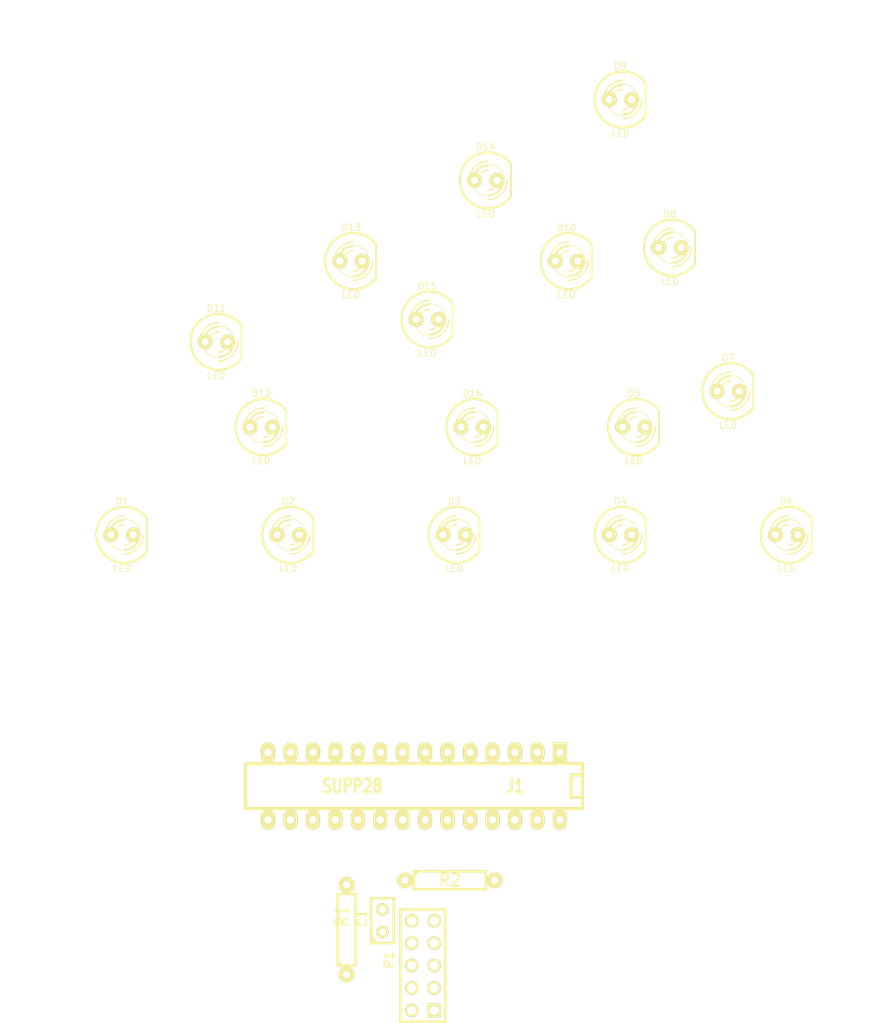
<source format=kicad_pcb>
(kicad_pcb (version 3) (host pcbnew "(2013-mar-13)-testing")

  (general
    (links 47)
    (no_connects 47)
    (area 188.823599 19.431 388.720001 98.144001)
    (thickness 1.6)
    (drawings 4)
    (tracks 0)
    (zones 0)
    (modules 21)
    (nets 27)
  )

  (page A3)
  (layers
    (15 F.Cu signal)
    (0 B.Cu signal)
    (16 B.Adhes user)
    (17 F.Adhes user)
    (18 B.Paste user)
    (19 F.Paste user)
    (20 B.SilkS user)
    (21 F.SilkS user)
    (22 B.Mask user)
    (23 F.Mask user)
    (24 Dwgs.User user)
    (25 Cmts.User user)
    (26 Eco1.User user)
    (27 Eco2.User user)
    (28 Edge.Cuts user)
  )

  (setup
    (last_trace_width 0.508)
    (trace_clearance 0.508)
    (zone_clearance 0.508)
    (zone_45_only no)
    (trace_min 0.254)
    (segment_width 0.2)
    (edge_width 0.15)
    (via_size 1.7)
    (via_drill 1)
    (via_min_size 0.889)
    (via_min_drill 0.508)
    (uvia_size 0.508)
    (uvia_drill 0.127)
    (uvias_allowed no)
    (uvia_min_size 0.508)
    (uvia_min_drill 0.127)
    (pcb_text_width 0.3)
    (pcb_text_size 1 1)
    (mod_edge_width 0.15)
    (mod_text_size 1 1)
    (mod_text_width 0.15)
    (pad_size 1 1)
    (pad_drill 0.6)
    (pad_to_mask_clearance 0)
    (aux_axis_origin 0 0)
    (visible_elements FFFFFBBF)
    (pcbplotparams
      (layerselection 3178497)
      (usegerberextensions true)
      (excludeedgelayer true)
      (linewidth 152400)
      (plotframeref false)
      (viasonmask false)
      (mode 1)
      (useauxorigin false)
      (hpglpennumber 1)
      (hpglpenspeed 20)
      (hpglpendiameter 15)
      (hpglpenoverlay 2)
      (psnegative false)
      (psa4output false)
      (plotreference true)
      (plotvalue true)
      (plotothertext true)
      (plotinvisibletext false)
      (padsonsilk false)
      (subtractmaskfromsilk false)
      (outputformat 1)
      (mirror false)
      (drillshape 1)
      (scaleselection 1)
      (outputdirectory ""))
  )

  (net 0 "")
  (net 1 /BLANK)
  (net 2 /GSCLK)
  (net 3 /IREF)
  (net 4 /SCLK)
  (net 5 /SIN)
  (net 6 /VPRG)
  (net 7 /XLAT)
  (net 8 GND)
  (net 9 N-0000011)
  (net 10 N-0000014)
  (net 11 N-0000015)
  (net 12 N-0000016)
  (net 13 N-0000017)
  (net 14 N-0000018)
  (net 15 N-0000019)
  (net 16 N-0000020)
  (net 17 N-0000021)
  (net 18 N-0000022)
  (net 19 N-0000023)
  (net 20 N-0000024)
  (net 21 N-0000025)
  (net 22 N-0000026)
  (net 23 N-0000027)
  (net 24 N-0000028)
  (net 25 N-0000029)
  (net 26 VCC)

  (net_class Default "This is the default net class."
    (clearance 0.508)
    (trace_width 0.508)
    (via_dia 1.7)
    (via_drill 1)
    (uvia_dia 0.508)
    (uvia_drill 0.127)
    (add_net "")
    (add_net /BLANK)
    (add_net /GSCLK)
    (add_net /IREF)
    (add_net /SCLK)
    (add_net /SIN)
    (add_net /VPRG)
    (add_net /XLAT)
    (add_net GND)
    (add_net N-0000011)
    (add_net N-0000014)
    (add_net N-0000015)
    (add_net N-0000016)
    (add_net N-0000017)
    (add_net N-0000018)
    (add_net N-0000019)
    (add_net N-0000020)
    (add_net N-0000021)
    (add_net N-0000022)
    (add_net N-0000023)
    (add_net N-0000024)
    (add_net N-0000025)
    (add_net N-0000026)
    (add_net N-0000027)
    (add_net N-0000028)
    (add_net N-0000029)
    (add_net VCC)
  )

  (module R4-LARGE_PADS (layer F.Cu) (tedit 5233B532) (tstamp 5233B4CE)
    (at 327.66 134.112 90)
    (descr "Resitance 4 pas")
    (tags R)
    (path /5233A6CE)
    (autoplace_cost180 10)
    (fp_text reference R1 (at 1.524 -0.508 90) (layer F.SilkS)
      (effects (font (size 1.397 1.27) (thickness 0.2032)))
    )
    (fp_text value R (at 0 0 90) (layer F.SilkS) hide
      (effects (font (size 1.397 1.27) (thickness 0.2032)))
    )
    (fp_line (start -5.08 0) (end -4.064 0) (layer F.SilkS) (width 0.3048))
    (fp_line (start -4.064 0) (end -4.064 -1.016) (layer F.SilkS) (width 0.3048))
    (fp_line (start -4.064 -1.016) (end 4.064 -1.016) (layer F.SilkS) (width 0.3048))
    (fp_line (start 4.064 -1.016) (end 4.064 1.016) (layer F.SilkS) (width 0.3048))
    (fp_line (start 4.064 1.016) (end -4.064 1.016) (layer F.SilkS) (width 0.3048))
    (fp_line (start -4.064 1.016) (end -4.064 0) (layer F.SilkS) (width 0.3048))
    (fp_line (start -4.064 -0.508) (end -3.556 -1.016) (layer F.SilkS) (width 0.3048))
    (fp_line (start 5.08 0) (end 4.064 0) (layer F.SilkS) (width 0.3048))
    (pad 1 thru_hole circle (at -5.08 0 90) (size 1.778 1.778) (drill 0.8128)
      (layers *.Cu *.Mask F.SilkS)
      (net 8 GND)
    )
    (pad 2 thru_hole circle (at 5.08 0 90) (size 1.778 1.778) (drill 0.8128)
      (layers *.Cu *.Mask F.SilkS)
      (net 9 N-0000011)
    )
    (model discret/resistor.wrl
      (at (xyz 0 0 0))
      (scale (xyz 0.4 0.4 0.4))
      (rotate (xyz 0 0 0))
    )
  )

  (module R4-LARGE_PADS (layer F.Cu) (tedit 47E2673E) (tstamp 5233B4DC)
    (at 339.344 128.524)
    (descr "Resitance 4 pas")
    (tags R)
    (path /5233A555)
    (autoplace_cost180 10)
    (fp_text reference R2 (at 0 0) (layer F.SilkS)
      (effects (font (size 1.397 1.27) (thickness 0.2032)))
    )
    (fp_text value R (at 0 0) (layer F.SilkS) hide
      (effects (font (size 1.397 1.27) (thickness 0.2032)))
    )
    (fp_line (start -5.08 0) (end -4.064 0) (layer F.SilkS) (width 0.3048))
    (fp_line (start -4.064 0) (end -4.064 -1.016) (layer F.SilkS) (width 0.3048))
    (fp_line (start -4.064 -1.016) (end 4.064 -1.016) (layer F.SilkS) (width 0.3048))
    (fp_line (start 4.064 -1.016) (end 4.064 1.016) (layer F.SilkS) (width 0.3048))
    (fp_line (start 4.064 1.016) (end -4.064 1.016) (layer F.SilkS) (width 0.3048))
    (fp_line (start -4.064 1.016) (end -4.064 0) (layer F.SilkS) (width 0.3048))
    (fp_line (start -4.064 -0.508) (end -3.556 -1.016) (layer F.SilkS) (width 0.3048))
    (fp_line (start 5.08 0) (end 4.064 0) (layer F.SilkS) (width 0.3048))
    (pad 1 thru_hole circle (at -5.08 0) (size 1.778 1.778) (drill 0.8128)
      (layers *.Cu *.Mask F.SilkS)
      (net 26 VCC)
    )
    (pad 2 thru_hole circle (at 5.08 0) (size 1.778 1.778) (drill 0.8128)
      (layers *.Cu *.Mask F.SilkS)
      (net 1 /BLANK)
    )
    (model discret/resistor.wrl
      (at (xyz 0 0 0))
      (scale (xyz 0.4 0.4 0.4))
      (rotate (xyz 0 0 0))
    )
  )

  (module PIN_ARRAY_5x2 (layer F.Cu) (tedit 3FCF2109) (tstamp 5233B4EE)
    (at 336.296 138.176 90)
    (descr "Double rangee de contacts 2 x 5 pins")
    (tags CONN)
    (path /5233ACB0)
    (fp_text reference P1 (at 0.635 -3.81 90) (layer F.SilkS)
      (effects (font (size 1.016 1.016) (thickness 0.2032)))
    )
    (fp_text value CONN_5X2 (at 0 -3.81 90) (layer F.SilkS) hide
      (effects (font (size 1.016 1.016) (thickness 0.2032)))
    )
    (fp_line (start -6.35 -2.54) (end 6.35 -2.54) (layer F.SilkS) (width 0.3048))
    (fp_line (start 6.35 -2.54) (end 6.35 2.54) (layer F.SilkS) (width 0.3048))
    (fp_line (start 6.35 2.54) (end -6.35 2.54) (layer F.SilkS) (width 0.3048))
    (fp_line (start -6.35 2.54) (end -6.35 -2.54) (layer F.SilkS) (width 0.3048))
    (pad 1 thru_hole rect (at -5.08 1.27 90) (size 1.524 1.524) (drill 1.016)
      (layers *.Cu *.Mask F.SilkS)
      (net 6 /VPRG)
    )
    (pad 2 thru_hole circle (at -5.08 -1.27 90) (size 1.524 1.524) (drill 1.016)
      (layers *.Cu *.Mask F.SilkS)
      (net 3 /IREF)
    )
    (pad 3 thru_hole circle (at -2.54 1.27 90) (size 1.524 1.524) (drill 1.016)
      (layers *.Cu *.Mask F.SilkS)
      (net 5 /SIN)
    )
    (pad 4 thru_hole circle (at -2.54 -1.27 90) (size 1.524 1.524) (drill 1.016)
      (layers *.Cu *.Mask F.SilkS)
      (net 2 /GSCLK)
    )
    (pad 5 thru_hole circle (at 0 1.27 90) (size 1.524 1.524) (drill 1.016)
      (layers *.Cu *.Mask F.SilkS)
      (net 4 /SCLK)
    )
    (pad 6 thru_hole circle (at 0 -1.27 90) (size 1.524 1.524) (drill 1.016)
      (layers *.Cu *.Mask F.SilkS)
      (net 26 VCC)
    )
    (pad 7 thru_hole circle (at 2.54 1.27 90) (size 1.524 1.524) (drill 1.016)
      (layers *.Cu *.Mask F.SilkS)
      (net 7 /XLAT)
    )
    (pad 8 thru_hole circle (at 2.54 -1.27 90) (size 1.524 1.524) (drill 1.016)
      (layers *.Cu *.Mask F.SilkS)
      (net 8 GND)
    )
    (pad 9 thru_hole circle (at 5.08 1.27 90) (size 1.524 1.524) (drill 1.016)
      (layers *.Cu *.Mask F.SilkS)
      (net 1 /BLANK)
    )
    (pad 10 thru_hole circle (at 5.08 -1.27 90) (size 1.524 1.524) (drill 1.016)
      (layers *.Cu *.Mask F.SilkS)
    )
    (model pin_array/pins_array_5x2.wrl
      (at (xyz 0 0 0))
      (scale (xyz 1 1 1))
      (rotate (xyz 0 0 0))
    )
  )

  (module LED-5MM (layer F.Cu) (tedit 50ADE86B) (tstamp 5233B4FD)
    (at 336.804 65.024)
    (descr "LED 5mm - Lead pitch 100mil (2,54mm)")
    (tags "LED led 5mm 5MM 100mil 2,54mm")
    (path /5233A2BD)
    (fp_text reference D15 (at 0 -3.81) (layer F.SilkS)
      (effects (font (size 0.762 0.762) (thickness 0.0889)))
    )
    (fp_text value LED (at 0 3.81) (layer F.SilkS)
      (effects (font (size 0.762 0.762) (thickness 0.0889)))
    )
    (fp_line (start 2.8448 1.905) (end 2.8448 -1.905) (layer F.SilkS) (width 0.2032))
    (fp_circle (center 0.254 0) (end -1.016 1.27) (layer F.SilkS) (width 0.0762))
    (fp_arc (start 0.254 0) (end 2.794 1.905) (angle 286.2) (layer F.SilkS) (width 0.254))
    (fp_arc (start 0.254 0) (end -0.889 0) (angle 90) (layer F.SilkS) (width 0.1524))
    (fp_arc (start 0.254 0) (end 1.397 0) (angle 90) (layer F.SilkS) (width 0.1524))
    (fp_arc (start 0.254 0) (end -1.397 0) (angle 90) (layer F.SilkS) (width 0.1524))
    (fp_arc (start 0.254 0) (end 1.905 0) (angle 90) (layer F.SilkS) (width 0.1524))
    (fp_arc (start 0.254 0) (end -1.905 0) (angle 90) (layer F.SilkS) (width 0.1524))
    (fp_arc (start 0.254 0) (end 2.413 0) (angle 90) (layer F.SilkS) (width 0.1524))
    (pad 1 thru_hole circle (at -1.27 0) (size 1.6764 1.6764) (drill 0.8128)
      (layers *.Cu *.Mask F.SilkS)
      (net 26 VCC)
    )
    (pad 2 thru_hole circle (at 1.27 0) (size 1.6764 1.6764) (drill 0.8128)
      (layers *.Cu *.Mask F.SilkS)
      (net 10 N-0000014)
    )
    (model discret/leds/led5_vertical_verde.wrl
      (at (xyz 0 0 0))
      (scale (xyz 1 1 1))
      (rotate (xyz 0 0 0))
    )
  )

  (module LED-5MM (layer F.Cu) (tedit 50ADE86B) (tstamp 5233B50C)
    (at 341.884 77.216)
    (descr "LED 5mm - Lead pitch 100mil (2,54mm)")
    (tags "LED led 5mm 5MM 100mil 2,54mm")
    (path /5233A28D)
    (fp_text reference D16 (at 0 -3.81) (layer F.SilkS)
      (effects (font (size 0.762 0.762) (thickness 0.0889)))
    )
    (fp_text value LED (at 0 3.81) (layer F.SilkS)
      (effects (font (size 0.762 0.762) (thickness 0.0889)))
    )
    (fp_line (start 2.8448 1.905) (end 2.8448 -1.905) (layer F.SilkS) (width 0.2032))
    (fp_circle (center 0.254 0) (end -1.016 1.27) (layer F.SilkS) (width 0.0762))
    (fp_arc (start 0.254 0) (end 2.794 1.905) (angle 286.2) (layer F.SilkS) (width 0.254))
    (fp_arc (start 0.254 0) (end -0.889 0) (angle 90) (layer F.SilkS) (width 0.1524))
    (fp_arc (start 0.254 0) (end 1.397 0) (angle 90) (layer F.SilkS) (width 0.1524))
    (fp_arc (start 0.254 0) (end -1.397 0) (angle 90) (layer F.SilkS) (width 0.1524))
    (fp_arc (start 0.254 0) (end 1.905 0) (angle 90) (layer F.SilkS) (width 0.1524))
    (fp_arc (start 0.254 0) (end -1.905 0) (angle 90) (layer F.SilkS) (width 0.1524))
    (fp_arc (start 0.254 0) (end 2.413 0) (angle 90) (layer F.SilkS) (width 0.1524))
    (pad 1 thru_hole circle (at -1.27 0) (size 1.6764 1.6764) (drill 0.8128)
      (layers *.Cu *.Mask F.SilkS)
      (net 26 VCC)
    )
    (pad 2 thru_hole circle (at 1.27 0) (size 1.6764 1.6764) (drill 0.8128)
      (layers *.Cu *.Mask F.SilkS)
      (net 25 N-0000029)
    )
    (model discret/leds/led5_vertical_verde.wrl
      (at (xyz 0 0 0))
      (scale (xyz 1 1 1))
      (rotate (xyz 0 0 0))
    )
  )

  (module LED-5MM (layer F.Cu) (tedit 50ADE86B) (tstamp 5233B51B)
    (at 302.26 89.408)
    (descr "LED 5mm - Lead pitch 100mil (2,54mm)")
    (tags "LED led 5mm 5MM 100mil 2,54mm")
    (path /5233A284)
    (fp_text reference D1 (at 0 -3.81) (layer F.SilkS)
      (effects (font (size 0.762 0.762) (thickness 0.0889)))
    )
    (fp_text value LED (at 0 3.81) (layer F.SilkS)
      (effects (font (size 0.762 0.762) (thickness 0.0889)))
    )
    (fp_line (start 2.8448 1.905) (end 2.8448 -1.905) (layer F.SilkS) (width 0.2032))
    (fp_circle (center 0.254 0) (end -1.016 1.27) (layer F.SilkS) (width 0.0762))
    (fp_arc (start 0.254 0) (end 2.794 1.905) (angle 286.2) (layer F.SilkS) (width 0.254))
    (fp_arc (start 0.254 0) (end -0.889 0) (angle 90) (layer F.SilkS) (width 0.1524))
    (fp_arc (start 0.254 0) (end 1.397 0) (angle 90) (layer F.SilkS) (width 0.1524))
    (fp_arc (start 0.254 0) (end -1.397 0) (angle 90) (layer F.SilkS) (width 0.1524))
    (fp_arc (start 0.254 0) (end 1.905 0) (angle 90) (layer F.SilkS) (width 0.1524))
    (fp_arc (start 0.254 0) (end -1.905 0) (angle 90) (layer F.SilkS) (width 0.1524))
    (fp_arc (start 0.254 0) (end 2.413 0) (angle 90) (layer F.SilkS) (width 0.1524))
    (pad 1 thru_hole circle (at -1.27 0) (size 1.6764 1.6764) (drill 0.8128)
      (layers *.Cu *.Mask F.SilkS)
      (net 26 VCC)
    )
    (pad 2 thru_hole circle (at 1.27 0) (size 1.6764 1.6764) (drill 0.8128)
      (layers *.Cu *.Mask F.SilkS)
      (net 16 N-0000020)
    )
    (model discret/leds/led5_vertical_verde.wrl
      (at (xyz 0 0 0))
      (scale (xyz 1 1 1))
      (rotate (xyz 0 0 0))
    )
  )

  (module LED-5MM (layer F.Cu) (tedit 50ADE86B) (tstamp 5233B52A)
    (at 321.056 89.408)
    (descr "LED 5mm - Lead pitch 100mil (2,54mm)")
    (tags "LED led 5mm 5MM 100mil 2,54mm")
    (path /5233A27B)
    (fp_text reference D2 (at 0 -3.81) (layer F.SilkS)
      (effects (font (size 0.762 0.762) (thickness 0.0889)))
    )
    (fp_text value LED (at 0 3.81) (layer F.SilkS)
      (effects (font (size 0.762 0.762) (thickness 0.0889)))
    )
    (fp_line (start 2.8448 1.905) (end 2.8448 -1.905) (layer F.SilkS) (width 0.2032))
    (fp_circle (center 0.254 0) (end -1.016 1.27) (layer F.SilkS) (width 0.0762))
    (fp_arc (start 0.254 0) (end 2.794 1.905) (angle 286.2) (layer F.SilkS) (width 0.254))
    (fp_arc (start 0.254 0) (end -0.889 0) (angle 90) (layer F.SilkS) (width 0.1524))
    (fp_arc (start 0.254 0) (end 1.397 0) (angle 90) (layer F.SilkS) (width 0.1524))
    (fp_arc (start 0.254 0) (end -1.397 0) (angle 90) (layer F.SilkS) (width 0.1524))
    (fp_arc (start 0.254 0) (end 1.905 0) (angle 90) (layer F.SilkS) (width 0.1524))
    (fp_arc (start 0.254 0) (end -1.905 0) (angle 90) (layer F.SilkS) (width 0.1524))
    (fp_arc (start 0.254 0) (end 2.413 0) (angle 90) (layer F.SilkS) (width 0.1524))
    (pad 1 thru_hole circle (at -1.27 0) (size 1.6764 1.6764) (drill 0.8128)
      (layers *.Cu *.Mask F.SilkS)
      (net 26 VCC)
    )
    (pad 2 thru_hole circle (at 1.27 0) (size 1.6764 1.6764) (drill 0.8128)
      (layers *.Cu *.Mask F.SilkS)
      (net 17 N-0000021)
    )
    (model discret/leds/led5_vertical_verde.wrl
      (at (xyz 0 0 0))
      (scale (xyz 1 1 1))
      (rotate (xyz 0 0 0))
    )
  )

  (module LED-5MM (layer F.Cu) (tedit 50ADE86B) (tstamp 5233B539)
    (at 339.852 89.408)
    (descr "LED 5mm - Lead pitch 100mil (2,54mm)")
    (tags "LED led 5mm 5MM 100mil 2,54mm")
    (path /5233A272)
    (fp_text reference D3 (at 0 -3.81) (layer F.SilkS)
      (effects (font (size 0.762 0.762) (thickness 0.0889)))
    )
    (fp_text value LED (at 0 3.81) (layer F.SilkS)
      (effects (font (size 0.762 0.762) (thickness 0.0889)))
    )
    (fp_line (start 2.8448 1.905) (end 2.8448 -1.905) (layer F.SilkS) (width 0.2032))
    (fp_circle (center 0.254 0) (end -1.016 1.27) (layer F.SilkS) (width 0.0762))
    (fp_arc (start 0.254 0) (end 2.794 1.905) (angle 286.2) (layer F.SilkS) (width 0.254))
    (fp_arc (start 0.254 0) (end -0.889 0) (angle 90) (layer F.SilkS) (width 0.1524))
    (fp_arc (start 0.254 0) (end 1.397 0) (angle 90) (layer F.SilkS) (width 0.1524))
    (fp_arc (start 0.254 0) (end -1.397 0) (angle 90) (layer F.SilkS) (width 0.1524))
    (fp_arc (start 0.254 0) (end 1.905 0) (angle 90) (layer F.SilkS) (width 0.1524))
    (fp_arc (start 0.254 0) (end -1.905 0) (angle 90) (layer F.SilkS) (width 0.1524))
    (fp_arc (start 0.254 0) (end 2.413 0) (angle 90) (layer F.SilkS) (width 0.1524))
    (pad 1 thru_hole circle (at -1.27 0) (size 1.6764 1.6764) (drill 0.8128)
      (layers *.Cu *.Mask F.SilkS)
      (net 26 VCC)
    )
    (pad 2 thru_hole circle (at 1.27 0) (size 1.6764 1.6764) (drill 0.8128)
      (layers *.Cu *.Mask F.SilkS)
      (net 18 N-0000022)
    )
    (model discret/leds/led5_vertical_verde.wrl
      (at (xyz 0 0 0))
      (scale (xyz 1 1 1))
      (rotate (xyz 0 0 0))
    )
  )

  (module LED-5MM (layer F.Cu) (tedit 50ADE86B) (tstamp 5233B548)
    (at 358.648 89.408)
    (descr "LED 5mm - Lead pitch 100mil (2,54mm)")
    (tags "LED led 5mm 5MM 100mil 2,54mm")
    (path /5233A269)
    (fp_text reference D4 (at 0 -3.81) (layer F.SilkS)
      (effects (font (size 0.762 0.762) (thickness 0.0889)))
    )
    (fp_text value LED (at 0 3.81) (layer F.SilkS)
      (effects (font (size 0.762 0.762) (thickness 0.0889)))
    )
    (fp_line (start 2.8448 1.905) (end 2.8448 -1.905) (layer F.SilkS) (width 0.2032))
    (fp_circle (center 0.254 0) (end -1.016 1.27) (layer F.SilkS) (width 0.0762))
    (fp_arc (start 0.254 0) (end 2.794 1.905) (angle 286.2) (layer F.SilkS) (width 0.254))
    (fp_arc (start 0.254 0) (end -0.889 0) (angle 90) (layer F.SilkS) (width 0.1524))
    (fp_arc (start 0.254 0) (end 1.397 0) (angle 90) (layer F.SilkS) (width 0.1524))
    (fp_arc (start 0.254 0) (end -1.397 0) (angle 90) (layer F.SilkS) (width 0.1524))
    (fp_arc (start 0.254 0) (end 1.905 0) (angle 90) (layer F.SilkS) (width 0.1524))
    (fp_arc (start 0.254 0) (end -1.905 0) (angle 90) (layer F.SilkS) (width 0.1524))
    (fp_arc (start 0.254 0) (end 2.413 0) (angle 90) (layer F.SilkS) (width 0.1524))
    (pad 1 thru_hole circle (at -1.27 0) (size 1.6764 1.6764) (drill 0.8128)
      (layers *.Cu *.Mask F.SilkS)
      (net 26 VCC)
    )
    (pad 2 thru_hole circle (at 1.27 0) (size 1.6764 1.6764) (drill 0.8128)
      (layers *.Cu *.Mask F.SilkS)
      (net 19 N-0000023)
    )
    (model discret/leds/led5_vertical_verde.wrl
      (at (xyz 0 0 0))
      (scale (xyz 1 1 1))
      (rotate (xyz 0 0 0))
    )
  )

  (module LED-5MM (layer F.Cu) (tedit 50ADE86B) (tstamp 5233B557)
    (at 360.172 77.216)
    (descr "LED 5mm - Lead pitch 100mil (2,54mm)")
    (tags "LED led 5mm 5MM 100mil 2,54mm")
    (path /5233A260)
    (fp_text reference D5 (at 0 -3.81) (layer F.SilkS)
      (effects (font (size 0.762 0.762) (thickness 0.0889)))
    )
    (fp_text value LED (at 0 3.81) (layer F.SilkS)
      (effects (font (size 0.762 0.762) (thickness 0.0889)))
    )
    (fp_line (start 2.8448 1.905) (end 2.8448 -1.905) (layer F.SilkS) (width 0.2032))
    (fp_circle (center 0.254 0) (end -1.016 1.27) (layer F.SilkS) (width 0.0762))
    (fp_arc (start 0.254 0) (end 2.794 1.905) (angle 286.2) (layer F.SilkS) (width 0.254))
    (fp_arc (start 0.254 0) (end -0.889 0) (angle 90) (layer F.SilkS) (width 0.1524))
    (fp_arc (start 0.254 0) (end 1.397 0) (angle 90) (layer F.SilkS) (width 0.1524))
    (fp_arc (start 0.254 0) (end -1.397 0) (angle 90) (layer F.SilkS) (width 0.1524))
    (fp_arc (start 0.254 0) (end 1.905 0) (angle 90) (layer F.SilkS) (width 0.1524))
    (fp_arc (start 0.254 0) (end -1.905 0) (angle 90) (layer F.SilkS) (width 0.1524))
    (fp_arc (start 0.254 0) (end 2.413 0) (angle 90) (layer F.SilkS) (width 0.1524))
    (pad 1 thru_hole circle (at -1.27 0) (size 1.6764 1.6764) (drill 0.8128)
      (layers *.Cu *.Mask F.SilkS)
      (net 26 VCC)
    )
    (pad 2 thru_hole circle (at 1.27 0) (size 1.6764 1.6764) (drill 0.8128)
      (layers *.Cu *.Mask F.SilkS)
      (net 20 N-0000024)
    )
    (model discret/leds/led5_vertical_verde.wrl
      (at (xyz 0 0 0))
      (scale (xyz 1 1 1))
      (rotate (xyz 0 0 0))
    )
  )

  (module LED-5MM (layer F.Cu) (tedit 50ADE86B) (tstamp 5233B566)
    (at 377.444 89.408)
    (descr "LED 5mm - Lead pitch 100mil (2,54mm)")
    (tags "LED led 5mm 5MM 100mil 2,54mm")
    (path /5233A257)
    (fp_text reference D6 (at 0 -3.81) (layer F.SilkS)
      (effects (font (size 0.762 0.762) (thickness 0.0889)))
    )
    (fp_text value LED (at 0 3.81) (layer F.SilkS)
      (effects (font (size 0.762 0.762) (thickness 0.0889)))
    )
    (fp_line (start 2.8448 1.905) (end 2.8448 -1.905) (layer F.SilkS) (width 0.2032))
    (fp_circle (center 0.254 0) (end -1.016 1.27) (layer F.SilkS) (width 0.0762))
    (fp_arc (start 0.254 0) (end 2.794 1.905) (angle 286.2) (layer F.SilkS) (width 0.254))
    (fp_arc (start 0.254 0) (end -0.889 0) (angle 90) (layer F.SilkS) (width 0.1524))
    (fp_arc (start 0.254 0) (end 1.397 0) (angle 90) (layer F.SilkS) (width 0.1524))
    (fp_arc (start 0.254 0) (end -1.397 0) (angle 90) (layer F.SilkS) (width 0.1524))
    (fp_arc (start 0.254 0) (end 1.905 0) (angle 90) (layer F.SilkS) (width 0.1524))
    (fp_arc (start 0.254 0) (end -1.905 0) (angle 90) (layer F.SilkS) (width 0.1524))
    (fp_arc (start 0.254 0) (end 2.413 0) (angle 90) (layer F.SilkS) (width 0.1524))
    (pad 1 thru_hole circle (at -1.27 0) (size 1.6764 1.6764) (drill 0.8128)
      (layers *.Cu *.Mask F.SilkS)
      (net 26 VCC)
    )
    (pad 2 thru_hole circle (at 1.27 0) (size 1.6764 1.6764) (drill 0.8128)
      (layers *.Cu *.Mask F.SilkS)
      (net 21 N-0000025)
    )
    (model discret/leds/led5_vertical_verde.wrl
      (at (xyz 0 0 0))
      (scale (xyz 1 1 1))
      (rotate (xyz 0 0 0))
    )
  )

  (module LED-5MM (layer F.Cu) (tedit 50ADE86B) (tstamp 5233B575)
    (at 370.84 73.152)
    (descr "LED 5mm - Lead pitch 100mil (2,54mm)")
    (tags "LED led 5mm 5MM 100mil 2,54mm")
    (path /5233A24E)
    (fp_text reference D7 (at 0 -3.81) (layer F.SilkS)
      (effects (font (size 0.762 0.762) (thickness 0.0889)))
    )
    (fp_text value LED (at 0 3.81) (layer F.SilkS)
      (effects (font (size 0.762 0.762) (thickness 0.0889)))
    )
    (fp_line (start 2.8448 1.905) (end 2.8448 -1.905) (layer F.SilkS) (width 0.2032))
    (fp_circle (center 0.254 0) (end -1.016 1.27) (layer F.SilkS) (width 0.0762))
    (fp_arc (start 0.254 0) (end 2.794 1.905) (angle 286.2) (layer F.SilkS) (width 0.254))
    (fp_arc (start 0.254 0) (end -0.889 0) (angle 90) (layer F.SilkS) (width 0.1524))
    (fp_arc (start 0.254 0) (end 1.397 0) (angle 90) (layer F.SilkS) (width 0.1524))
    (fp_arc (start 0.254 0) (end -1.397 0) (angle 90) (layer F.SilkS) (width 0.1524))
    (fp_arc (start 0.254 0) (end 1.905 0) (angle 90) (layer F.SilkS) (width 0.1524))
    (fp_arc (start 0.254 0) (end -1.905 0) (angle 90) (layer F.SilkS) (width 0.1524))
    (fp_arc (start 0.254 0) (end 2.413 0) (angle 90) (layer F.SilkS) (width 0.1524))
    (pad 1 thru_hole circle (at -1.27 0) (size 1.6764 1.6764) (drill 0.8128)
      (layers *.Cu *.Mask F.SilkS)
      (net 26 VCC)
    )
    (pad 2 thru_hole circle (at 1.27 0) (size 1.6764 1.6764) (drill 0.8128)
      (layers *.Cu *.Mask F.SilkS)
      (net 22 N-0000026)
    )
    (model discret/leds/led5_vertical_verde.wrl
      (at (xyz 0 0 0))
      (scale (xyz 1 1 1))
      (rotate (xyz 0 0 0))
    )
  )

  (module LED-5MM (layer F.Cu) (tedit 50ADE86B) (tstamp 5233B584)
    (at 364.236 56.896)
    (descr "LED 5mm - Lead pitch 100mil (2,54mm)")
    (tags "LED led 5mm 5MM 100mil 2,54mm")
    (path /5233A245)
    (fp_text reference D8 (at 0 -3.81) (layer F.SilkS)
      (effects (font (size 0.762 0.762) (thickness 0.0889)))
    )
    (fp_text value LED (at 0 3.81) (layer F.SilkS)
      (effects (font (size 0.762 0.762) (thickness 0.0889)))
    )
    (fp_line (start 2.8448 1.905) (end 2.8448 -1.905) (layer F.SilkS) (width 0.2032))
    (fp_circle (center 0.254 0) (end -1.016 1.27) (layer F.SilkS) (width 0.0762))
    (fp_arc (start 0.254 0) (end 2.794 1.905) (angle 286.2) (layer F.SilkS) (width 0.254))
    (fp_arc (start 0.254 0) (end -0.889 0) (angle 90) (layer F.SilkS) (width 0.1524))
    (fp_arc (start 0.254 0) (end 1.397 0) (angle 90) (layer F.SilkS) (width 0.1524))
    (fp_arc (start 0.254 0) (end -1.397 0) (angle 90) (layer F.SilkS) (width 0.1524))
    (fp_arc (start 0.254 0) (end 1.905 0) (angle 90) (layer F.SilkS) (width 0.1524))
    (fp_arc (start 0.254 0) (end -1.905 0) (angle 90) (layer F.SilkS) (width 0.1524))
    (fp_arc (start 0.254 0) (end 2.413 0) (angle 90) (layer F.SilkS) (width 0.1524))
    (pad 1 thru_hole circle (at -1.27 0) (size 1.6764 1.6764) (drill 0.8128)
      (layers *.Cu *.Mask F.SilkS)
      (net 26 VCC)
    )
    (pad 2 thru_hole circle (at 1.27 0) (size 1.6764 1.6764) (drill 0.8128)
      (layers *.Cu *.Mask F.SilkS)
      (net 23 N-0000027)
    )
    (model discret/leds/led5_vertical_verde.wrl
      (at (xyz 0 0 0))
      (scale (xyz 1 1 1))
      (rotate (xyz 0 0 0))
    )
  )

  (module LED-5MM (layer F.Cu) (tedit 50ADE86B) (tstamp 5233B593)
    (at 358.648 40.132)
    (descr "LED 5mm - Lead pitch 100mil (2,54mm)")
    (tags "LED led 5mm 5MM 100mil 2,54mm")
    (path /5233A23C)
    (fp_text reference D9 (at 0 -3.81) (layer F.SilkS)
      (effects (font (size 0.762 0.762) (thickness 0.0889)))
    )
    (fp_text value LED (at 0 3.81) (layer F.SilkS)
      (effects (font (size 0.762 0.762) (thickness 0.0889)))
    )
    (fp_line (start 2.8448 1.905) (end 2.8448 -1.905) (layer F.SilkS) (width 0.2032))
    (fp_circle (center 0.254 0) (end -1.016 1.27) (layer F.SilkS) (width 0.0762))
    (fp_arc (start 0.254 0) (end 2.794 1.905) (angle 286.2) (layer F.SilkS) (width 0.254))
    (fp_arc (start 0.254 0) (end -0.889 0) (angle 90) (layer F.SilkS) (width 0.1524))
    (fp_arc (start 0.254 0) (end 1.397 0) (angle 90) (layer F.SilkS) (width 0.1524))
    (fp_arc (start 0.254 0) (end -1.397 0) (angle 90) (layer F.SilkS) (width 0.1524))
    (fp_arc (start 0.254 0) (end 1.905 0) (angle 90) (layer F.SilkS) (width 0.1524))
    (fp_arc (start 0.254 0) (end -1.905 0) (angle 90) (layer F.SilkS) (width 0.1524))
    (fp_arc (start 0.254 0) (end 2.413 0) (angle 90) (layer F.SilkS) (width 0.1524))
    (pad 1 thru_hole circle (at -1.27 0) (size 1.6764 1.6764) (drill 0.8128)
      (layers *.Cu *.Mask F.SilkS)
      (net 26 VCC)
    )
    (pad 2 thru_hole circle (at 1.27 0) (size 1.6764 1.6764) (drill 0.8128)
      (layers *.Cu *.Mask F.SilkS)
      (net 24 N-0000028)
    )
    (model discret/leds/led5_vertical_verde.wrl
      (at (xyz 0 0 0))
      (scale (xyz 1 1 1))
      (rotate (xyz 0 0 0))
    )
  )

  (module LED-5MM (layer F.Cu) (tedit 50ADE86B) (tstamp 5233B5A2)
    (at 352.552 58.42)
    (descr "LED 5mm - Lead pitch 100mil (2,54mm)")
    (tags "LED led 5mm 5MM 100mil 2,54mm")
    (path /5233A233)
    (fp_text reference D10 (at 0 -3.81) (layer F.SilkS)
      (effects (font (size 0.762 0.762) (thickness 0.0889)))
    )
    (fp_text value LED (at 0 3.81) (layer F.SilkS)
      (effects (font (size 0.762 0.762) (thickness 0.0889)))
    )
    (fp_line (start 2.8448 1.905) (end 2.8448 -1.905) (layer F.SilkS) (width 0.2032))
    (fp_circle (center 0.254 0) (end -1.016 1.27) (layer F.SilkS) (width 0.0762))
    (fp_arc (start 0.254 0) (end 2.794 1.905) (angle 286.2) (layer F.SilkS) (width 0.254))
    (fp_arc (start 0.254 0) (end -0.889 0) (angle 90) (layer F.SilkS) (width 0.1524))
    (fp_arc (start 0.254 0) (end 1.397 0) (angle 90) (layer F.SilkS) (width 0.1524))
    (fp_arc (start 0.254 0) (end -1.397 0) (angle 90) (layer F.SilkS) (width 0.1524))
    (fp_arc (start 0.254 0) (end 1.905 0) (angle 90) (layer F.SilkS) (width 0.1524))
    (fp_arc (start 0.254 0) (end -1.905 0) (angle 90) (layer F.SilkS) (width 0.1524))
    (fp_arc (start 0.254 0) (end 2.413 0) (angle 90) (layer F.SilkS) (width 0.1524))
    (pad 1 thru_hole circle (at -1.27 0) (size 1.6764 1.6764) (drill 0.8128)
      (layers *.Cu *.Mask F.SilkS)
      (net 26 VCC)
    )
    (pad 2 thru_hole circle (at 1.27 0) (size 1.6764 1.6764) (drill 0.8128)
      (layers *.Cu *.Mask F.SilkS)
      (net 15 N-0000019)
    )
    (model discret/leds/led5_vertical_verde.wrl
      (at (xyz 0 0 0))
      (scale (xyz 1 1 1))
      (rotate (xyz 0 0 0))
    )
  )

  (module LED-5MM (layer F.Cu) (tedit 50ADE86B) (tstamp 5233B5B1)
    (at 312.928 67.564)
    (descr "LED 5mm - Lead pitch 100mil (2,54mm)")
    (tags "LED led 5mm 5MM 100mil 2,54mm")
    (path /5233A22A)
    (fp_text reference D11 (at 0 -3.81) (layer F.SilkS)
      (effects (font (size 0.762 0.762) (thickness 0.0889)))
    )
    (fp_text value LED (at 0 3.81) (layer F.SilkS)
      (effects (font (size 0.762 0.762) (thickness 0.0889)))
    )
    (fp_line (start 2.8448 1.905) (end 2.8448 -1.905) (layer F.SilkS) (width 0.2032))
    (fp_circle (center 0.254 0) (end -1.016 1.27) (layer F.SilkS) (width 0.0762))
    (fp_arc (start 0.254 0) (end 2.794 1.905) (angle 286.2) (layer F.SilkS) (width 0.254))
    (fp_arc (start 0.254 0) (end -0.889 0) (angle 90) (layer F.SilkS) (width 0.1524))
    (fp_arc (start 0.254 0) (end 1.397 0) (angle 90) (layer F.SilkS) (width 0.1524))
    (fp_arc (start 0.254 0) (end -1.397 0) (angle 90) (layer F.SilkS) (width 0.1524))
    (fp_arc (start 0.254 0) (end 1.905 0) (angle 90) (layer F.SilkS) (width 0.1524))
    (fp_arc (start 0.254 0) (end -1.905 0) (angle 90) (layer F.SilkS) (width 0.1524))
    (fp_arc (start 0.254 0) (end 2.413 0) (angle 90) (layer F.SilkS) (width 0.1524))
    (pad 1 thru_hole circle (at -1.27 0) (size 1.6764 1.6764) (drill 0.8128)
      (layers *.Cu *.Mask F.SilkS)
      (net 26 VCC)
    )
    (pad 2 thru_hole circle (at 1.27 0) (size 1.6764 1.6764) (drill 0.8128)
      (layers *.Cu *.Mask F.SilkS)
      (net 14 N-0000018)
    )
    (model discret/leds/led5_vertical_verde.wrl
      (at (xyz 0 0 0))
      (scale (xyz 1 1 1))
      (rotate (xyz 0 0 0))
    )
  )

  (module LED-5MM (layer F.Cu) (tedit 50ADE86B) (tstamp 5233B5C0)
    (at 318.008 77.216)
    (descr "LED 5mm - Lead pitch 100mil (2,54mm)")
    (tags "LED led 5mm 5MM 100mil 2,54mm")
    (path /5233A221)
    (fp_text reference D12 (at 0 -3.81) (layer F.SilkS)
      (effects (font (size 0.762 0.762) (thickness 0.0889)))
    )
    (fp_text value LED (at 0 3.81) (layer F.SilkS)
      (effects (font (size 0.762 0.762) (thickness 0.0889)))
    )
    (fp_line (start 2.8448 1.905) (end 2.8448 -1.905) (layer F.SilkS) (width 0.2032))
    (fp_circle (center 0.254 0) (end -1.016 1.27) (layer F.SilkS) (width 0.0762))
    (fp_arc (start 0.254 0) (end 2.794 1.905) (angle 286.2) (layer F.SilkS) (width 0.254))
    (fp_arc (start 0.254 0) (end -0.889 0) (angle 90) (layer F.SilkS) (width 0.1524))
    (fp_arc (start 0.254 0) (end 1.397 0) (angle 90) (layer F.SilkS) (width 0.1524))
    (fp_arc (start 0.254 0) (end -1.397 0) (angle 90) (layer F.SilkS) (width 0.1524))
    (fp_arc (start 0.254 0) (end 1.905 0) (angle 90) (layer F.SilkS) (width 0.1524))
    (fp_arc (start 0.254 0) (end -1.905 0) (angle 90) (layer F.SilkS) (width 0.1524))
    (fp_arc (start 0.254 0) (end 2.413 0) (angle 90) (layer F.SilkS) (width 0.1524))
    (pad 1 thru_hole circle (at -1.27 0) (size 1.6764 1.6764) (drill 0.8128)
      (layers *.Cu *.Mask F.SilkS)
      (net 26 VCC)
    )
    (pad 2 thru_hole circle (at 1.27 0) (size 1.6764 1.6764) (drill 0.8128)
      (layers *.Cu *.Mask F.SilkS)
      (net 13 N-0000017)
    )
    (model discret/leds/led5_vertical_verde.wrl
      (at (xyz 0 0 0))
      (scale (xyz 1 1 1))
      (rotate (xyz 0 0 0))
    )
  )

  (module LED-5MM (layer F.Cu) (tedit 50ADE86B) (tstamp 5233B5CF)
    (at 328.168 58.42)
    (descr "LED 5mm - Lead pitch 100mil (2,54mm)")
    (tags "LED led 5mm 5MM 100mil 2,54mm")
    (path /5233A218)
    (fp_text reference D13 (at 0 -3.81) (layer F.SilkS)
      (effects (font (size 0.762 0.762) (thickness 0.0889)))
    )
    (fp_text value LED (at 0 3.81) (layer F.SilkS)
      (effects (font (size 0.762 0.762) (thickness 0.0889)))
    )
    (fp_line (start 2.8448 1.905) (end 2.8448 -1.905) (layer F.SilkS) (width 0.2032))
    (fp_circle (center 0.254 0) (end -1.016 1.27) (layer F.SilkS) (width 0.0762))
    (fp_arc (start 0.254 0) (end 2.794 1.905) (angle 286.2) (layer F.SilkS) (width 0.254))
    (fp_arc (start 0.254 0) (end -0.889 0) (angle 90) (layer F.SilkS) (width 0.1524))
    (fp_arc (start 0.254 0) (end 1.397 0) (angle 90) (layer F.SilkS) (width 0.1524))
    (fp_arc (start 0.254 0) (end -1.397 0) (angle 90) (layer F.SilkS) (width 0.1524))
    (fp_arc (start 0.254 0) (end 1.905 0) (angle 90) (layer F.SilkS) (width 0.1524))
    (fp_arc (start 0.254 0) (end -1.905 0) (angle 90) (layer F.SilkS) (width 0.1524))
    (fp_arc (start 0.254 0) (end 2.413 0) (angle 90) (layer F.SilkS) (width 0.1524))
    (pad 1 thru_hole circle (at -1.27 0) (size 1.6764 1.6764) (drill 0.8128)
      (layers *.Cu *.Mask F.SilkS)
      (net 26 VCC)
    )
    (pad 2 thru_hole circle (at 1.27 0) (size 1.6764 1.6764) (drill 0.8128)
      (layers *.Cu *.Mask F.SilkS)
      (net 12 N-0000016)
    )
    (model discret/leds/led5_vertical_verde.wrl
      (at (xyz 0 0 0))
      (scale (xyz 1 1 1))
      (rotate (xyz 0 0 0))
    )
  )

  (module LED-5MM (layer F.Cu) (tedit 50ADE86B) (tstamp 5233B5DE)
    (at 343.408 49.276)
    (descr "LED 5mm - Lead pitch 100mil (2,54mm)")
    (tags "LED led 5mm 5MM 100mil 2,54mm")
    (path /5233A1A5)
    (fp_text reference D14 (at 0 -3.81) (layer F.SilkS)
      (effects (font (size 0.762 0.762) (thickness 0.0889)))
    )
    (fp_text value LED (at 0 3.81) (layer F.SilkS)
      (effects (font (size 0.762 0.762) (thickness 0.0889)))
    )
    (fp_line (start 2.8448 1.905) (end 2.8448 -1.905) (layer F.SilkS) (width 0.2032))
    (fp_circle (center 0.254 0) (end -1.016 1.27) (layer F.SilkS) (width 0.0762))
    (fp_arc (start 0.254 0) (end 2.794 1.905) (angle 286.2) (layer F.SilkS) (width 0.254))
    (fp_arc (start 0.254 0) (end -0.889 0) (angle 90) (layer F.SilkS) (width 0.1524))
    (fp_arc (start 0.254 0) (end 1.397 0) (angle 90) (layer F.SilkS) (width 0.1524))
    (fp_arc (start 0.254 0) (end -1.397 0) (angle 90) (layer F.SilkS) (width 0.1524))
    (fp_arc (start 0.254 0) (end 1.905 0) (angle 90) (layer F.SilkS) (width 0.1524))
    (fp_arc (start 0.254 0) (end -1.905 0) (angle 90) (layer F.SilkS) (width 0.1524))
    (fp_arc (start 0.254 0) (end 2.413 0) (angle 90) (layer F.SilkS) (width 0.1524))
    (pad 1 thru_hole circle (at -1.27 0) (size 1.6764 1.6764) (drill 0.8128)
      (layers *.Cu *.Mask F.SilkS)
      (net 26 VCC)
    )
    (pad 2 thru_hole circle (at 1.27 0) (size 1.6764 1.6764) (drill 0.8128)
      (layers *.Cu *.Mask F.SilkS)
      (net 11 N-0000015)
    )
    (model discret/leds/led5_vertical_verde.wrl
      (at (xyz 0 0 0))
      (scale (xyz 1 1 1))
      (rotate (xyz 0 0 0))
    )
  )

  (module DIP-28__300_ELL (layer F.Cu) (tedit 200000) (tstamp 5233B605)
    (at 335.28 117.856 180)
    (descr "28 pins DIL package, elliptical pads, width 300mil")
    (tags DIL)
    (path /5233A136)
    (fp_text reference J1 (at -11.43 0 180) (layer F.SilkS)
      (effects (font (size 1.524 1.143) (thickness 0.3048)))
    )
    (fp_text value SUPP28 (at 6.985 0 180) (layer F.SilkS)
      (effects (font (size 1.524 1.143) (thickness 0.3048)))
    )
    (fp_line (start -19.05 -2.54) (end 19.05 -2.54) (layer F.SilkS) (width 0.381))
    (fp_line (start 19.05 -2.54) (end 19.05 2.54) (layer F.SilkS) (width 0.381))
    (fp_line (start 19.05 2.54) (end -19.05 2.54) (layer F.SilkS) (width 0.381))
    (fp_line (start -19.05 2.54) (end -19.05 -2.54) (layer F.SilkS) (width 0.381))
    (fp_line (start -19.05 -1.27) (end -17.78 -1.27) (layer F.SilkS) (width 0.381))
    (fp_line (start -17.78 -1.27) (end -17.78 1.27) (layer F.SilkS) (width 0.381))
    (fp_line (start -17.78 1.27) (end -19.05 1.27) (layer F.SilkS) (width 0.381))
    (pad 2 thru_hole oval (at -13.97 3.81 180) (size 1.5748 2.286) (drill 0.8128)
      (layers *.Cu *.Mask F.SilkS)
      (net 17 N-0000021)
    )
    (pad 3 thru_hole oval (at -11.43 3.81 180) (size 1.5748 2.286) (drill 0.8128)
      (layers *.Cu *.Mask F.SilkS)
      (net 18 N-0000022)
    )
    (pad 4 thru_hole oval (at -8.89 3.81 180) (size 1.5748 2.286) (drill 0.8128)
      (layers *.Cu *.Mask F.SilkS)
      (net 19 N-0000023)
    )
    (pad 5 thru_hole oval (at -6.35 3.81 180) (size 1.5748 2.286) (drill 0.8128)
      (layers *.Cu *.Mask F.SilkS)
      (net 20 N-0000024)
    )
    (pad 6 thru_hole oval (at -3.81 3.81 180) (size 1.5748 2.286) (drill 0.8128)
      (layers *.Cu *.Mask F.SilkS)
      (net 21 N-0000025)
    )
    (pad 7 thru_hole oval (at -1.27 3.81 180) (size 1.5748 2.286) (drill 0.8128)
      (layers *.Cu *.Mask F.SilkS)
      (net 22 N-0000026)
    )
    (pad 8 thru_hole oval (at 1.27 3.81 180) (size 1.5748 2.286) (drill 0.8128)
      (layers *.Cu *.Mask F.SilkS)
      (net 23 N-0000027)
    )
    (pad 9 thru_hole oval (at 3.81 3.81 180) (size 1.5748 2.286) (drill 0.8128)
      (layers *.Cu *.Mask F.SilkS)
      (net 24 N-0000028)
    )
    (pad 10 thru_hole oval (at 6.35 3.81 180) (size 1.5748 2.286) (drill 0.8128)
      (layers *.Cu *.Mask F.SilkS)
      (net 15 N-0000019)
    )
    (pad 11 thru_hole oval (at 8.89 3.81 180) (size 1.5748 2.286) (drill 0.8128)
      (layers *.Cu *.Mask F.SilkS)
      (net 14 N-0000018)
    )
    (pad 12 thru_hole oval (at 11.43 3.81 180) (size 1.5748 2.286) (drill 0.8128)
      (layers *.Cu *.Mask F.SilkS)
      (net 13 N-0000017)
    )
    (pad 13 thru_hole oval (at 13.97 3.81 180) (size 1.5748 2.286) (drill 0.8128)
      (layers *.Cu *.Mask F.SilkS)
      (net 12 N-0000016)
    )
    (pad 14 thru_hole oval (at 16.51 3.81 180) (size 1.5748 2.286) (drill 0.8128)
      (layers *.Cu *.Mask F.SilkS)
      (net 11 N-0000015)
    )
    (pad 1 thru_hole rect (at -16.51 3.81 180) (size 1.5748 2.286) (drill 0.8128)
      (layers *.Cu *.Mask F.SilkS)
      (net 16 N-0000020)
    )
    (pad 15 thru_hole oval (at 16.51 -3.81 180) (size 1.5748 2.286) (drill 0.8128)
      (layers *.Cu *.Mask F.SilkS)
      (net 25 N-0000029)
    )
    (pad 16 thru_hole oval (at 13.97 -3.81 180) (size 1.5748 2.286) (drill 0.8128)
      (layers *.Cu *.Mask F.SilkS)
    )
    (pad 17 thru_hole oval (at 11.43 -3.81 180) (size 1.5748 2.286) (drill 0.8128)
      (layers *.Cu *.Mask F.SilkS)
    )
    (pad 18 thru_hole oval (at 8.89 -3.81 180) (size 1.5748 2.286) (drill 0.8128)
      (layers *.Cu *.Mask F.SilkS)
      (net 2 /GSCLK)
    )
    (pad 19 thru_hole oval (at 6.35 -3.81 180) (size 1.5748 2.286) (drill 0.8128)
      (layers *.Cu *.Mask F.SilkS)
      (net 3 /IREF)
    )
    (pad 20 thru_hole oval (at 3.81 -3.81 180) (size 1.5748 2.286) (drill 0.8128)
      (layers *.Cu *.Mask F.SilkS)
      (net 9 N-0000011)
    )
    (pad 21 thru_hole oval (at 1.27 -3.81 180) (size 1.5748 2.286) (drill 0.8128)
      (layers *.Cu *.Mask F.SilkS)
      (net 26 VCC)
    )
    (pad 22 thru_hole oval (at -1.27 -3.81 180) (size 1.5748 2.286) (drill 0.8128)
      (layers *.Cu *.Mask F.SilkS)
      (net 8 GND)
    )
    (pad 23 thru_hole oval (at -3.81 -3.81 180) (size 1.5748 2.286) (drill 0.8128)
      (layers *.Cu *.Mask F.SilkS)
      (net 1 /BLANK)
    )
    (pad 24 thru_hole oval (at -6.35 -3.81 180) (size 1.5748 2.286) (drill 0.8128)
      (layers *.Cu *.Mask F.SilkS)
      (net 7 /XLAT)
    )
    (pad 25 thru_hole oval (at -8.89 -3.81 180) (size 1.5748 2.286) (drill 0.8128)
      (layers *.Cu *.Mask F.SilkS)
      (net 4 /SCLK)
    )
    (pad 26 thru_hole oval (at -11.43 -3.81 180) (size 1.5748 2.286) (drill 0.8128)
      (layers *.Cu *.Mask F.SilkS)
      (net 5 /SIN)
    )
    (pad 27 thru_hole oval (at -13.97 -3.81 180) (size 1.5748 2.286) (drill 0.8128)
      (layers *.Cu *.Mask F.SilkS)
      (net 6 /VPRG)
    )
    (pad 28 thru_hole oval (at -16.51 -3.81 180) (size 1.5748 2.286) (drill 0.8128)
      (layers *.Cu *.Mask F.SilkS)
      (net 10 N-0000014)
    )
    (model dil/dil_28-w300.wrl
      (at (xyz 0 0 0))
      (scale (xyz 1 1 1))
      (rotate (xyz 0 0 0))
    )
  )

  (module C1 (layer F.Cu) (tedit 3F92C496) (tstamp 5233B610)
    (at 331.724 133.096 90)
    (descr "Condensateur e = 1 pas")
    (tags C)
    (path /5233A729)
    (fp_text reference C1 (at 0.254 -2.286 90) (layer F.SilkS)
      (effects (font (size 1.016 1.016) (thickness 0.2032)))
    )
    (fp_text value C (at 0 -2.286 90) (layer F.SilkS) hide
      (effects (font (size 1.016 1.016) (thickness 0.2032)))
    )
    (fp_line (start -2.4892 -1.27) (end 2.54 -1.27) (layer F.SilkS) (width 0.3048))
    (fp_line (start 2.54 -1.27) (end 2.54 1.27) (layer F.SilkS) (width 0.3048))
    (fp_line (start 2.54 1.27) (end -2.54 1.27) (layer F.SilkS) (width 0.3048))
    (fp_line (start -2.54 1.27) (end -2.54 -1.27) (layer F.SilkS) (width 0.3048))
    (fp_line (start -2.54 -0.635) (end -1.905 -1.27) (layer F.SilkS) (width 0.3048))
    (pad 1 thru_hole circle (at -1.27 0 90) (size 1.397 1.397) (drill 0.8128)
      (layers *.Cu *.Mask F.SilkS)
      (net 8 GND)
    )
    (pad 2 thru_hole circle (at 1.27 0 90) (size 1.397 1.397) (drill 0.8128)
      (layers *.Cu *.Mask F.SilkS)
      (net 26 VCC)
    )
    (model discret/capa_1_pas.wrl
      (at (xyz 0 0 0))
      (scale (xyz 1 1 1))
      (rotate (xyz 0 0 0))
    )
  )

  (gr_line (start 362.712 28.956) (end 306.832 61.976) (angle 90) (layer Dwgs.User) (width 0.2))
  (gr_line (start 388.62 98.044) (end 362.712 28.956) (angle 90) (layer Dwgs.User) (width 0.2))
  (gr_line (start 288.544 98.044) (end 306.832 61.976) (angle 90) (layer Dwgs.User) (width 0.2))
  (gr_line (start 288.544 98.044) (end 388.62 98.044) (angle 90) (layer Dwgs.User) (width 0.2))

)

</source>
